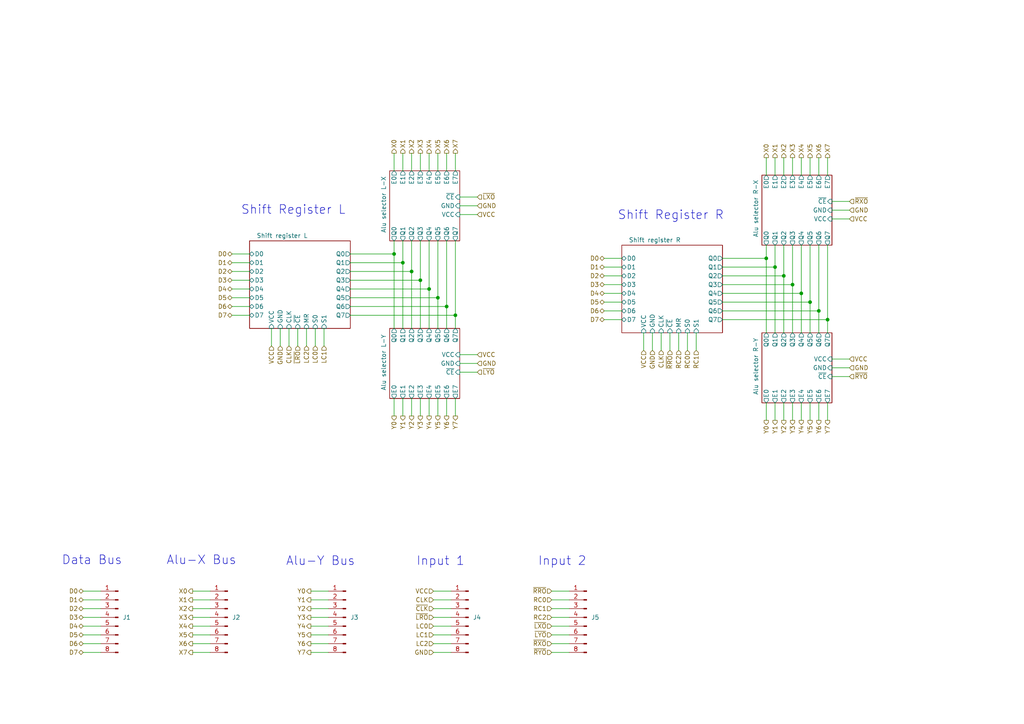
<source format=kicad_sch>
(kicad_sch (version 20250114) (generator "eeschema") (generator_version "9.0")
  (paper "A4")
  (title_block (title "Shift Registers") (date "2025-11-22") (rev "V1.1") (company "Marco Vettigli"))
  (lib_symbols
    (symbol "Connector:Conn_01x08_Pin" (pin_names (offset 1.016) (hide yes))
      (property "Reference" "J" (at 0 10.16 0))
      (property "Value" "Conn_01x08_Pin" (at 0 -12.7 0))
      (symbol "Conn_01x08_Pin_1_1"
        (rectangle (start 0.8636 7.747) (end 0 7.493) (stroke (width 0.1524)) (fill (type outline)))
        (rectangle (start 0.8636 5.207) (end 0 4.953) (stroke (width 0.1524)) (fill (type outline)))
        (rectangle (start 0.8636 2.667) (end 0 2.413) (stroke (width 0.1524)) (fill (type outline)))
        (rectangle (start 0.8636 0.127) (end 0 -0.127) (stroke (width 0.1524)) (fill (type outline)))
        (rectangle (start 0.8636 -2.413) (end 0 -2.667) (stroke (width 0.1524)) (fill (type outline)))
        (rectangle (start 0.8636 -4.953) (end 0 -5.207) (stroke (width 0.1524)) (fill (type outline)))
        (rectangle (start 0.8636 -7.493) (end 0 -7.747) (stroke (width 0.1524)) (fill (type outline)))
        (rectangle (start 0.8636 -10.033) (end 0 -10.287) (stroke (width 0.1524)) (fill (type outline)))
        (polyline (pts (xy 1.27 7.62) (xy 0.8636 7.62)) (stroke (width 0.1524)))
        (polyline (pts (xy 1.27 5.08) (xy 0.8636 5.08)) (stroke (width 0.1524)))
        (polyline (pts (xy 1.27 2.54) (xy 0.8636 2.54)) (stroke (width 0.1524)))
        (polyline (pts (xy 1.27 0) (xy 0.8636 0)) (stroke (width 0.1524)))
        (polyline (pts (xy 1.27 -2.54) (xy 0.8636 -2.54)) (stroke (width 0.1524)))
        (polyline (pts (xy 1.27 -5.08) (xy 0.8636 -5.08)) (stroke (width 0.1524)))
        (polyline (pts (xy 1.27 -7.62) (xy 0.8636 -7.62)) (stroke (width 0.1524)))
        (polyline (pts (xy 1.27 -10.16) (xy 0.8636 -10.16)) (stroke (width 0.1524)))
        (pin passive line (at 5.08 7.62 180) (length 3.81) (name "Pin_1") (number "1"))
        (pin passive line (at 5.08 5.08 180) (length 3.81) (name "Pin_2") (number "2"))
        (pin passive line (at 5.08 2.54 180) (length 3.81) (name "Pin_3") (number "3"))
        (pin passive line (at 5.08 0 180) (length 3.81) (name "Pin_4") (number "4"))
        (pin passive line (at 5.08 -2.54 180) (length 3.81) (name "Pin_5") (number "5"))
        (pin passive line (at 5.08 -5.08 180) (length 3.81) (name "Pin_6") (number "6"))
        (pin passive line (at 5.08 -7.62 180) (length 3.81) (name "Pin_7") (number "7"))
        (pin passive line (at 5.08 -10.16 180) (length 3.81) (name "Pin_8") (number "8"))
      )
    )
  )
  (text "Input 1" (at 127.762 162.814 0) (effects (font (size 2.54 2.54))))
  (text "Alu-X Bus" (at 58.42 162.56 0) (effects (font (size 2.54 2.54))))
  (text "Input 2" (at 163.068 162.814 0) (effects (font (size 2.54 2.54))))
  (text "Shift Register R" (at 194.564 62.484 0) (effects (font (size 2.54 2.54))))
  (text "Alu-Y Bus" (at 92.964 162.814 0) (effects (font (size 2.54 2.54))))
  (text "Data Bus" (at 26.67 162.56 0) (effects (font (size 2.54 2.54))))
  (text "Shift Register L" (at 85.09 60.96 0) (effects (font (size 2.54 2.54))))
  (junction (at 237.49 90.17))
  (junction (at 127 86.36))
  (junction (at 222.25 74.93))
  (junction (at 121.92 81.28))
  (junction (at 234.95 87.63))
  (junction (at 124.46 83.82))
  (junction (at 227.33 80.01))
  (junction (at 119.38 78.74))
  (junction (at 132.08 91.44))
  (junction (at 229.87 82.55))
  (junction (at 116.84 76.2))
  (junction (at 232.41 85.09))
  (junction (at 224.79 77.47))
  (junction (at 129.54 88.9))
  (junction (at 240.03 92.71))
  (junction (at 114.3 73.66))
  (wire (pts (xy 160.02 186.69) (xy 165.1 186.69)))
  (wire (pts (xy 133.35 57.15) (xy 138.43 57.15)))
  (wire (pts (xy 129.54 88.9) (xy 129.54 95.25)))
  (wire (pts (xy 29.21 189.23) (xy 24.13 189.23)))
  (wire (pts (xy 95.25 176.53) (xy 90.17 176.53)))
  (wire (pts (xy 29.21 179.07) (xy 24.13 179.07)))
  (wire (pts (xy 127 69.85) (xy 127 86.36)))
  (wire (pts (xy 160.02 189.23) (xy 165.1 189.23)))
  (wire (pts (xy 229.87 121.92) (xy 229.87 116.84)))
  (wire (pts (xy 121.92 69.85) (xy 121.92 81.28)))
  (wire (pts (xy 160.02 179.07) (xy 165.1 179.07)))
  (wire (pts (xy 116.84 44.45) (xy 116.84 49.53)))
  (wire (pts (xy 72.39 81.28) (xy 67.31 81.28)))
  (wire (pts (xy 127 120.65) (xy 127 115.57)))
  (wire (pts (xy 101.6 88.9) (xy 129.54 88.9)))
  (wire (pts (xy 124.46 83.82) (xy 124.46 95.25)))
  (wire (pts (xy 114.3 120.65) (xy 114.3 115.57)))
  (wire (pts (xy 186.69 96.52) (xy 186.69 101.6)))
  (wire (pts (xy 101.6 76.2) (xy 116.84 76.2)))
  (wire (pts (xy 194.31 96.52) (xy 194.31 101.6)))
  (wire (pts (xy 209.55 77.47) (xy 224.79 77.47)))
  (wire (pts (xy 222.25 121.92) (xy 222.25 116.84)))
  (wire (pts (xy 81.28 95.25) (xy 81.28 100.33)))
  (wire (pts (xy 60.96 179.07) (xy 55.88 179.07)))
  (wire (pts (xy 125.73 176.53) (xy 130.81 176.53)))
  (wire (pts (xy 180.34 92.71) (xy 175.26 92.71)))
  (wire (pts (xy 227.33 71.12) (xy 227.33 80.01)))
  (wire (pts (xy 60.96 186.69) (xy 55.88 186.69)))
  (wire (pts (xy 121.92 44.45) (xy 121.92 49.53)))
  (wire (pts (xy 222.25 71.12) (xy 222.25 74.93)))
  (wire (pts (xy 101.6 78.74) (xy 119.38 78.74)))
  (wire (pts (xy 125.73 173.99) (xy 130.81 173.99)))
  (wire (pts (xy 180.34 80.01) (xy 175.26 80.01)))
  (wire (pts (xy 101.6 86.36) (xy 127 86.36)))
  (wire (pts (xy 234.95 71.12) (xy 234.95 87.63)))
  (wire (pts (xy 201.93 96.52) (xy 201.93 101.6)))
  (wire (pts (xy 160.02 181.61) (xy 165.1 181.61)))
  (wire (pts (xy 229.87 45.72) (xy 229.87 50.8)))
  (wire (pts (xy 222.25 45.72) (xy 222.25 50.8)))
  (wire (pts (xy 196.85 96.52) (xy 196.85 101.6)))
  (wire (pts (xy 209.55 74.93) (xy 222.25 74.93)))
  (wire (pts (xy 60.96 184.15) (xy 55.88 184.15)))
  (wire (pts (xy 241.3 106.68) (xy 246.38 106.68)))
  (wire (pts (xy 60.96 176.53) (xy 55.88 176.53)))
  (wire (pts (xy 29.21 176.53) (xy 24.13 176.53)))
  (wire (pts (xy 241.3 60.96) (xy 246.38 60.96)))
  (wire (pts (xy 240.03 71.12) (xy 240.03 92.71)))
  (wire (pts (xy 133.35 107.95) (xy 138.43 107.95)))
  (wire (pts (xy 224.79 71.12) (xy 224.79 77.47)))
  (wire (pts (xy 160.02 176.53) (xy 165.1 176.53)))
  (wire (pts (xy 101.6 83.82) (xy 124.46 83.82)))
  (wire (pts (xy 227.33 121.92) (xy 227.33 116.84)))
  (wire (pts (xy 133.35 59.69) (xy 138.43 59.69)))
  (wire (pts (xy 124.46 69.85) (xy 124.46 83.82)))
  (wire (pts (xy 133.35 62.23) (xy 138.43 62.23)))
  (wire (pts (xy 125.73 171.45) (xy 130.81 171.45)))
  (wire (pts (xy 209.55 92.71) (xy 240.03 92.71)))
  (wire (pts (xy 114.3 44.45) (xy 114.3 49.53)))
  (wire (pts (xy 60.96 189.23) (xy 55.88 189.23)))
  (wire (pts (xy 72.39 83.82) (xy 67.31 83.82)))
  (wire (pts (xy 199.39 96.52) (xy 199.39 101.6)))
  (wire (pts (xy 133.35 105.41) (xy 138.43 105.41)))
  (wire (pts (xy 180.34 74.93) (xy 175.26 74.93)))
  (wire (pts (xy 119.38 44.45) (xy 119.38 49.53)))
  (wire (pts (xy 116.84 76.2) (xy 116.84 95.25)))
  (wire (pts (xy 209.55 90.17) (xy 237.49 90.17)))
  (wire (pts (xy 119.38 69.85) (xy 119.38 78.74)))
  (wire (pts (xy 121.92 81.28) (xy 121.92 95.25)))
  (wire (pts (xy 29.21 184.15) (xy 24.13 184.15)))
  (wire (pts (xy 132.08 44.45) (xy 132.08 49.53)))
  (wire (pts (xy 129.54 44.45) (xy 129.54 49.53)))
  (wire (pts (xy 180.34 87.63) (xy 175.26 87.63)))
  (wire (pts (xy 72.39 91.44) (xy 67.31 91.44)))
  (wire (pts (xy 224.79 121.92) (xy 224.79 116.84)))
  (wire (pts (xy 114.3 69.85) (xy 114.3 73.66)))
  (wire (pts (xy 119.38 78.74) (xy 119.38 95.25)))
  (wire (pts (xy 88.9 95.25) (xy 88.9 100.33)))
  (wire (pts (xy 121.92 120.65) (xy 121.92 115.57)))
  (wire (pts (xy 229.87 82.55) (xy 229.87 96.52)))
  (wire (pts (xy 124.46 120.65) (xy 124.46 115.57)))
  (wire (pts (xy 29.21 173.99) (xy 24.13 173.99)))
  (wire (pts (xy 101.6 81.28) (xy 121.92 81.28)))
  (wire (pts (xy 72.39 76.2) (xy 67.31 76.2)))
  (wire (pts (xy 209.55 82.55) (xy 229.87 82.55)))
  (wire (pts (xy 72.39 78.74) (xy 67.31 78.74)))
  (wire (pts (xy 232.41 45.72) (xy 232.41 50.8)))
  (wire (pts (xy 160.02 184.15) (xy 165.1 184.15)))
  (wire (pts (xy 60.96 173.99) (xy 55.88 173.99)))
  (wire (pts (xy 127 44.45) (xy 127 49.53)))
  (wire (pts (xy 180.34 82.55) (xy 175.26 82.55)))
  (wire (pts (xy 237.49 45.72) (xy 237.49 50.8)))
  (wire (pts (xy 91.44 95.25) (xy 91.44 100.33)))
  (wire (pts (xy 241.3 109.22) (xy 246.38 109.22)))
  (wire (pts (xy 101.6 91.44) (xy 132.08 91.44)))
  (wire (pts (xy 224.79 45.72) (xy 224.79 50.8)))
  (wire (pts (xy 234.95 121.92) (xy 234.95 116.84)))
  (wire (pts (xy 116.84 69.85) (xy 116.84 76.2)))
  (wire (pts (xy 60.96 181.61) (xy 55.88 181.61)))
  (wire (pts (xy 119.38 120.65) (xy 119.38 115.57)))
  (wire (pts (xy 234.95 45.72) (xy 234.95 50.8)))
  (wire (pts (xy 125.73 189.23) (xy 130.81 189.23)))
  (wire (pts (xy 114.3 73.66) (xy 114.3 95.25)))
  (wire (pts (xy 129.54 69.85) (xy 129.54 88.9)))
  (wire (pts (xy 95.25 179.07) (xy 90.17 179.07)))
  (wire (pts (xy 180.34 85.09) (xy 175.26 85.09)))
  (wire (pts (xy 129.54 120.65) (xy 129.54 115.57)))
  (wire (pts (xy 60.96 171.45) (xy 55.88 171.45)))
  (wire (pts (xy 241.3 63.5) (xy 246.38 63.5)))
  (wire (pts (xy 227.33 45.72) (xy 227.33 50.8)))
  (wire (pts (xy 227.33 80.01) (xy 227.33 96.52)))
  (wire (pts (xy 125.73 179.07) (xy 130.81 179.07)))
  (wire (pts (xy 125.73 186.69) (xy 130.81 186.69)))
  (wire (pts (xy 160.02 171.45) (xy 165.1 171.45)))
  (wire (pts (xy 83.82 95.25) (xy 83.82 100.33)))
  (wire (pts (xy 124.46 44.45) (xy 124.46 49.53)))
  (wire (pts (xy 237.49 90.17) (xy 237.49 96.52)))
  (wire (pts (xy 232.41 121.92) (xy 232.41 116.84)))
  (wire (pts (xy 125.73 184.15) (xy 130.81 184.15)))
  (wire (pts (xy 95.25 184.15) (xy 90.17 184.15)))
  (wire (pts (xy 209.55 87.63) (xy 234.95 87.63)))
  (wire (pts (xy 237.49 71.12) (xy 237.49 90.17)))
  (wire (pts (xy 209.55 85.09) (xy 232.41 85.09)))
  (wire (pts (xy 132.08 120.65) (xy 132.08 115.57)))
  (wire (pts (xy 72.39 73.66) (xy 67.31 73.66)))
  (wire (pts (xy 240.03 92.71) (xy 240.03 96.52)))
  (wire (pts (xy 209.55 80.01) (xy 227.33 80.01)))
  (wire (pts (xy 191.77 96.52) (xy 191.77 101.6)))
  (wire (pts (xy 189.23 96.52) (xy 189.23 101.6)))
  (wire (pts (xy 234.95 87.63) (xy 234.95 96.52)))
  (wire (pts (xy 160.02 173.99) (xy 165.1 173.99)))
  (wire (pts (xy 180.34 77.47) (xy 175.26 77.47)))
  (wire (pts (xy 241.3 104.14) (xy 246.38 104.14)))
  (wire (pts (xy 95.25 181.61) (xy 90.17 181.61)))
  (wire (pts (xy 93.98 95.25) (xy 93.98 100.33)))
  (wire (pts (xy 133.35 102.87) (xy 138.43 102.87)))
  (wire (pts (xy 127 86.36) (xy 127 95.25)))
  (wire (pts (xy 95.25 186.69) (xy 90.17 186.69)))
  (wire (pts (xy 240.03 45.72) (xy 240.03 50.8)))
  (wire (pts (xy 222.25 74.93) (xy 222.25 96.52)))
  (wire (pts (xy 95.25 189.23) (xy 90.17 189.23)))
  (wire (pts (xy 240.03 121.92) (xy 240.03 116.84)))
  (wire (pts (xy 95.25 171.45) (xy 90.17 171.45)))
  (wire (pts (xy 224.79 77.47) (xy 224.79 96.52)))
  (wire (pts (xy 95.25 173.99) (xy 90.17 173.99)))
  (wire (pts (xy 180.34 90.17) (xy 175.26 90.17)))
  (wire (pts (xy 241.3 58.42) (xy 246.38 58.42)))
  (wire (pts (xy 86.36 95.25) (xy 86.36 100.33)))
  (wire (pts (xy 232.41 85.09) (xy 232.41 96.52)))
  (wire (pts (xy 132.08 69.85) (xy 132.08 91.44)))
  (wire (pts (xy 125.73 181.61) (xy 130.81 181.61)))
  (wire (pts (xy 72.39 88.9) (xy 67.31 88.9)))
  (wire (pts (xy 132.08 91.44) (xy 132.08 95.25)))
  (wire (pts (xy 229.87 71.12) (xy 229.87 82.55)))
  (wire (pts (xy 78.74 95.25) (xy 78.74 100.33)))
  (wire (pts (xy 237.49 121.92) (xy 237.49 116.84)))
  (wire (pts (xy 116.84 120.65) (xy 116.84 115.57)))
  (wire (pts (xy 232.41 71.12) (xy 232.41 85.09)))
  (wire (pts (xy 29.21 186.69) (xy 24.13 186.69)))
  (wire (pts (xy 101.6 73.66) (xy 114.3 73.66)))
  (wire (pts (xy 29.21 171.45) (xy 24.13 171.45)))
  (wire (pts (xy 72.39 86.36) (xy 67.31 86.36)))
  (wire (pts (xy 29.21 181.61) (xy 24.13 181.61)))
  (hierarchical_label "Y6" (shape output) (at 90.17 186.69 180))
  (hierarchical_label "RC2" (shape input) (at 160.02 179.07 180))
  (hierarchical_label "X6" (shape output) (at 55.88 186.69 180))
  (hierarchical_label "Y0" (shape output) (at 114.3 120.65 270))
  (hierarchical_label "X0" (shape output) (at 222.25 45.72 90))
  (hierarchical_label "D2" (shape tri_state) (at 24.13 176.53 180))
  (hierarchical_label "~{RXO}" (shape input) (at 160.02 186.69 180))
  (hierarchical_label "LC1" (shape input) (at 125.73 184.15 180))
  (hierarchical_label "CLK" (shape input) (at 125.73 173.99 180))
  (hierarchical_label "Y5" (shape output) (at 90.17 184.15 180))
  (hierarchical_label "Y7" (shape output) (at 90.17 189.23 180))
  (hierarchical_label "D0" (shape tri_state) (at 175.26 74.93 180))
  (hierarchical_label "GND" (shape input) (at 138.43 59.69 0))
  (hierarchical_label "X3" (shape output) (at 121.92 44.45 90))
  (hierarchical_label "D6" (shape tri_state) (at 24.13 186.69 180))
  (hierarchical_label "D4" (shape tri_state) (at 175.26 85.09 180))
  (hierarchical_label "D0" (shape tri_state) (at 24.13 171.45 180))
  (hierarchical_label "D1" (shape tri_state) (at 67.31 76.2 180))
  (hierarchical_label "D6" (shape tri_state) (at 175.26 90.17 180))
  (hierarchical_label "~{CLK}" (shape input) (at 125.73 176.53 180))
  (hierarchical_label "RC0" (shape input) (at 199.39 101.6 270))
  (hierarchical_label "X7" (shape output) (at 132.08 44.45 90))
  (hierarchical_label "X7" (shape output) (at 55.88 189.23 180))
  (hierarchical_label "Y0" (shape output) (at 222.25 121.92 270))
  (hierarchical_label "GND" (shape input) (at 125.73 189.23 180))
  (hierarchical_label "GND" (shape input) (at 138.43 105.41 0))
  (hierarchical_label "Y4" (shape output) (at 232.41 121.92 270))
  (hierarchical_label "X5" (shape output) (at 234.95 45.72 90))
  (hierarchical_label "D6" (shape tri_state) (at 67.31 88.9 180))
  (hierarchical_label "X4" (shape output) (at 124.46 44.45 90))
  (hierarchical_label "D5" (shape tri_state) (at 175.26 87.63 180))
  (hierarchical_label "Y0" (shape output) (at 90.17 171.45 180))
  (hierarchical_label "X6" (shape output) (at 237.49 45.72 90))
  (hierarchical_label "VCC" (shape input) (at 78.74 100.33 270))
  (hierarchical_label "RC2" (shape input) (at 196.85 101.6 270))
  (hierarchical_label "X5" (shape output) (at 55.88 184.15 180))
  (hierarchical_label "LC1" (shape input) (at 93.98 100.33 270))
  (hierarchical_label "Y3" (shape output) (at 229.87 121.92 270))
  (hierarchical_label "~{RRO}" (shape input) (at 194.31 101.6 270))
  (hierarchical_label "X2" (shape output) (at 55.88 176.53 180))
  (hierarchical_label "GND" (shape input) (at 189.23 101.6 270))
  (hierarchical_label "GND" (shape input) (at 246.38 106.68 0))
  (hierarchical_label "LC2" (shape input) (at 88.9 100.33 270))
  (hierarchical_label "D0" (shape tri_state) (at 67.31 73.66 180))
  (hierarchical_label "D4" (shape tri_state) (at 24.13 181.61 180))
  (hierarchical_label "D5" (shape tri_state) (at 67.31 86.36 180))
  (hierarchical_label "X5" (shape output) (at 127 44.45 90))
  (hierarchical_label "LC0" (shape input) (at 91.44 100.33 270))
  (hierarchical_label "~{LXO}" (shape input) (at 138.43 57.15 0))
  (hierarchical_label "X7" (shape output) (at 240.03 45.72 90))
  (hierarchical_label "VCC" (shape input) (at 246.38 63.5 0))
  (hierarchical_label "D7" (shape tri_state) (at 67.31 91.44 180))
  (hierarchical_label "Y3" (shape output) (at 90.17 179.07 180))
  (hierarchical_label "Y1" (shape output) (at 116.84 120.65 270))
  (hierarchical_label "Y1" (shape output) (at 224.79 121.92 270))
  (hierarchical_label "VCC" (shape input) (at 138.43 102.87 0))
  (hierarchical_label "CLK" (shape input) (at 83.82 100.33 270))
  (hierarchical_label "X6" (shape output) (at 129.54 44.45 90))
  (hierarchical_label "X2" (shape output) (at 119.38 44.45 90))
  (hierarchical_label "GND" (shape input) (at 81.28 100.33 270))
  (hierarchical_label "~{RXO}" (shape input) (at 246.38 58.42 0))
  (hierarchical_label "D2" (shape tri_state) (at 67.31 78.74 180))
  (hierarchical_label "X0" (shape output) (at 55.88 171.45 180))
  (hierarchical_label "X4" (shape output) (at 55.88 181.61 180))
  (hierarchical_label "LC2" (shape input) (at 125.73 186.69 180))
  (hierarchical_label "D3" (shape tri_state) (at 24.13 179.07 180))
  (hierarchical_label "CLK" (shape input) (at 191.77 101.6 270))
  (hierarchical_label "Y5" (shape output) (at 234.95 121.92 270))
  (hierarchical_label "X1" (shape output) (at 116.84 44.45 90))
  (hierarchical_label "X3" (shape output) (at 55.88 179.07 180))
  (hierarchical_label "Y7" (shape output) (at 132.08 120.65 270))
  (hierarchical_label "X1" (shape output) (at 55.88 173.99 180))
  (hierarchical_label "Y1" (shape output) (at 90.17 173.99 180))
  (hierarchical_label "~{LYO}" (shape input) (at 160.02 184.15 180))
  (hierarchical_label "Y3" (shape output) (at 121.92 120.65 270))
  (hierarchical_label "D7" (shape tri_state) (at 175.26 92.71 180))
  (hierarchical_label "~{RYO}" (shape input) (at 246.38 109.22 0))
  (hierarchical_label "Y7" (shape output) (at 240.03 121.92 270))
  (hierarchical_label "Y2" (shape output) (at 90.17 176.53 180))
  (hierarchical_label "X0" (shape output) (at 114.3 44.45 90))
  (hierarchical_label "~{LRO}" (shape input) (at 86.36 100.33 270))
  (hierarchical_label "~{LRO}" (shape input) (at 125.73 179.07 180))
  (hierarchical_label "VCC" (shape input) (at 138.43 62.23 0))
  (hierarchical_label "D3" (shape tri_state) (at 175.26 82.55 180))
  (hierarchical_label "D5" (shape tri_state) (at 24.13 184.15 180))
  (hierarchical_label "Y4" (shape output) (at 90.17 181.61 180))
  (hierarchical_label "D2" (shape tri_state) (at 175.26 80.01 180))
  (hierarchical_label "~{RRO}" (shape input) (at 160.02 171.45 180))
  (hierarchical_label "Y6" (shape output) (at 237.49 121.92 270))
  (hierarchical_label "~{LXO}" (shape input) (at 160.02 181.61 180))
  (hierarchical_label "X4" (shape output) (at 232.41 45.72 90))
  (hierarchical_label "X2" (shape output) (at 227.33 45.72 90))
  (hierarchical_label "RC0" (shape input) (at 160.02 173.99 180))
  (hierarchical_label "X3" (shape output) (at 229.87 45.72 90))
  (hierarchical_label "RC1" (shape input) (at 160.02 176.53 180))
  (hierarchical_label "D3" (shape tri_state) (at 67.31 81.28 180))
  (hierarchical_label "Y2" (shape output) (at 227.33 121.92 270))
  (hierarchical_label "D4" (shape tri_state) (at 67.31 83.82 180))
  (hierarchical_label "LC0" (shape input) (at 125.73 181.61 180))
  (hierarchical_label "VCC" (shape input) (at 186.69 101.6 270))
  (hierarchical_label "Y4" (shape output) (at 124.46 120.65 270))
  (hierarchical_label "~{RYO}" (shape input) (at 160.02 189.23 180))
  (hierarchical_label "Y6" (shape output) (at 129.54 120.65 270))
  (hierarchical_label "X1" (shape output) (at 224.79 45.72 90))
  (hierarchical_label "Y2" (shape output) (at 119.38 120.65 270))
  (hierarchical_label "D1" (shape tri_state) (at 24.13 173.99 180))
  (hierarchical_label "D7" (shape tri_state) (at 24.13 189.23 180))
  (hierarchical_label "D1" (shape tri_state) (at 175.26 77.47 180))
  (hierarchical_label "VCC" (shape input) (at 246.38 104.14 0))
  (hierarchical_label "RC1" (shape input) (at 201.93 101.6 270))
  (hierarchical_label "GND" (shape input) (at 246.38 60.96 0))
  (hierarchical_label "~{LYO}" (shape input) (at 138.43 107.95 0))
  (hierarchical_label "Y5" (shape output) (at 127 120.65 270))
  (hierarchical_label "VCC" (shape input) (at 125.73 171.45 180))
  (symbol (lib_id "Connector:Conn_01x08_Pin") (at 34.29 179.07 0) (mirror y) (unit 1)
    (property "Reference" "J1" (at 35.56 179.0699 0) (effects (justify right)))
    (property "Value" "Data bus" (effects (hide yes)))
    (property "Footprint" "Custom:PinHeader_1x08_P2.54mm_Horizontal" (effects (hide yes)))
    (property "Description" "Generic connector, single row, 01x08, script generated" (effects (hide yes)))
  )
  (symbol (lib_id "Connector:Conn_01x08_Pin") (at 170.18 179.07 0) (mirror y) (unit 1)
    (property "Reference" "J5" (at 171.45 179.0699 0) (effects (justify right)))
    (property "Value" "Input 2" (effects (hide yes)))
    (property "Footprint" "Custom:PinHeader_1x08_P2.54mm_Horizontal" (effects (hide yes)))
    (property "Description" "Generic connector, single row, 01x08, script generated" (effects (hide yes)))
  )
  (symbol (lib_id "Connector:Conn_01x08_Pin") (at 135.89 179.07 0) (mirror y) (unit 1)
    (property "Reference" "J4" (at 137.16 179.0699 0) (effects (justify right)))
    (property "Value" "Input 1" (effects (hide yes)))
    (property "Footprint" "Custom:PinHeader_1x08_P2.54mm_Horizontal" (effects (hide yes)))
    (property "Description" "Generic connector, single row, 01x08, script generated" (effects (hide yes)))
  )
  (symbol (lib_id "Connector:Conn_01x08_Pin") (at 100.33 179.07 0) (mirror y) (unit 1)
    (property "Reference" "J3" (at 101.6 179.0699 0) (effects (justify right)))
    (property "Value" "Alu-Y bus" (effects (hide yes)))
    (property "Footprint" "Custom:PinHeader_1x08_P2.54mm_Horizontal" (effects (hide yes)))
    (property "Description" "Generic connector, single row, 01x08, script generated" (effects (hide yes)))
  )
  (symbol (lib_id "Connector:Conn_01x08_Pin") (at 66.04 179.07 0) (mirror y) (unit 1)
    (property "Reference" "J2" (at 67.31 179.0699 0) (effects (justify right)))
    (property "Value" "Alu-X bus" (effects (hide yes)))
    (property "Footprint" "Custom:PinHeader_1x08_P2.54mm_Horizontal" (effects (hide yes)))
    (property "Description" "Generic connector, single row, 01x08, script generated" (effects (hide yes)))
  )
  (sheet (at 220.98 50.8) (size 20.32 20.32) (stroke (width 0.1524))
    (property "Sheetname" "Alu selector R-X" (at 219.964 68.834 90) (effects (justify left bottom)))
    (property "Sheetfile" "alu_selector.kicad_sch" (effects (hide yes)))
    (pin "E5" output (at 234.95 50.8 90))
    (pin "E2" output (at 227.33 50.8 90))
    (pin "E1" output (at 224.79 50.8 90))
    (pin "E4" output (at 232.41 50.8 90))
    (pin "E0" output (at 222.25 50.8 90))
    (pin "E3" output (at 229.87 50.8 90))
    (pin "E7" output (at 240.03 50.8 90))
    (pin "E6" output (at 237.49 50.8 90))
    (pin "Q6" output (at 237.49 71.12 270))
    (pin "Q1" output (at 224.79 71.12 270))
    (pin "Q0" output (at 222.25 71.12 270))
    (pin "Q7" output (at 240.03 71.12 270))
    (pin "Q4" output (at 232.41 71.12 270))
    (pin "Q2" output (at 227.33 71.12 270))
    (pin "Q5" output (at 234.95 71.12 270))
    (pin "Q3" output (at 229.87 71.12 270))
    (pin "~{CE}" input (at 241.3 58.42 0))
    (pin "VCC" input (at 241.3 63.5 0))
    (pin "GND" input (at 241.3 60.96 0))
  )
  (sheet (at 113.03 49.53) (size 20.32 20.32) (stroke (width 0.1524))
    (property "Sheetname" "Alu selector L-X" (at 112.014 67.564 90) (effects (justify left bottom)))
    (property "Sheetfile" "alu_selector.kicad_sch" (effects (hide yes)))
    (pin "E5" output (at 127 49.53 90))
    (pin "E2" output (at 119.38 49.53 90))
    (pin "E1" output (at 116.84 49.53 90))
    (pin "E4" output (at 124.46 49.53 90))
    (pin "E0" output (at 114.3 49.53 90))
    (pin "E3" output (at 121.92 49.53 90))
    (pin "E7" output (at 132.08 49.53 90))
    (pin "E6" output (at 129.54 49.53 90))
    (pin "Q6" output (at 129.54 69.85 270))
    (pin "Q1" output (at 116.84 69.85 270))
    (pin "Q0" output (at 114.3 69.85 270))
    (pin "Q7" output (at 132.08 69.85 270))
    (pin "Q4" output (at 124.46 69.85 270))
    (pin "Q2" output (at 119.38 69.85 270))
    (pin "Q5" output (at 127 69.85 270))
    (pin "Q3" output (at 121.92 69.85 270))
    (pin "~{CE}" input (at 133.35 57.15 0))
    (pin "VCC" input (at 133.35 62.23 0))
    (pin "GND" input (at 133.35 59.69 0))
  )
  (sheet (at 72.39 69.85) (size 29.21 25.4) (stroke (width 0.1524))
    (property "Sheetname" "Shift register L" (at 74.422 69.088 0) (effects (justify left bottom)))
    (property "Sheetfile" "shift_register.kicad_sch" (effects (hide yes)))
    (pin "D1" tri_state (at 72.39 76.2 180))
    (pin "D3" tri_state (at 72.39 81.28 180))
    (pin "~{CE}" input (at 86.36 95.25 270))
    (pin "CLK" input (at 83.82 95.25 270))
    (pin "GND" input (at 81.28 95.25 270))
    (pin "Q7" output (at 101.6 91.44 0))
    (pin "VCC" input (at 78.74 95.25 270))
    (pin "D5" tri_state (at 72.39 86.36 180))
    (pin "Q6" output (at 101.6 88.9 0))
    (pin "Q2" output (at 101.6 78.74 0))
    (pin "D7" tri_state (at 72.39 91.44 180))
    (pin "Q5" output (at 101.6 86.36 0))
    (pin "D0" tri_state (at 72.39 73.66 180))
    (pin "Q0" output (at 101.6 73.66 0))
    (pin "Q1" output (at 101.6 76.2 0))
    (pin "D6" tri_state (at 72.39 88.9 180))
    (pin "Q3" output (at 101.6 81.28 0))
    (pin "Q4" output (at 101.6 83.82 0))
    (pin "D2" tri_state (at 72.39 78.74 180))
    (pin "D4" tri_state (at 72.39 83.82 180))
    (pin "S1" input (at 93.98 95.25 270))
    (pin "MR" input (at 88.9 95.25 270))
    (pin "S0" input (at 91.44 95.25 270))
  )
  (sheet (at 220.98 96.52) (size 20.32 20.32) (stroke (width 0.1524))
    (property "Sheetname" "Alu selector R-Y" (at 219.964 114.554 90) (effects (justify left bottom)))
    (property "Sheetfile" "alu_selector.kicad_sch" (effects (hide yes)))
    (pin "E5" output (at 234.95 116.84 270))
    (pin "E2" output (at 227.33 116.84 270))
    (pin "E1" output (at 224.79 116.84 270))
    (pin "E4" output (at 232.41 116.84 270))
    (pin "E0" output (at 222.25 116.84 270))
    (pin "E3" output (at 229.87 116.84 270))
    (pin "E7" output (at 240.03 116.84 270))
    (pin "E6" output (at 237.49 116.84 270))
    (pin "Q6" output (at 237.49 96.52 90))
    (pin "Q1" output (at 224.79 96.52 90))
    (pin "Q0" output (at 222.25 96.52 90))
    (pin "Q7" output (at 240.03 96.52 90))
    (pin "Q4" output (at 232.41 96.52 90))
    (pin "Q2" output (at 227.33 96.52 90))
    (pin "Q5" output (at 234.95 96.52 90))
    (pin "Q3" output (at 229.87 96.52 90))
    (pin "~{CE}" input (at 241.3 109.22 0))
    (pin "VCC" input (at 241.3 104.14 0))
    (pin "GND" input (at 241.3 106.68 0))
  )
  (sheet (at 180.34 71.12) (size 29.21 25.4) (stroke (width 0.1524))
    (property "Sheetname" "Shift register R" (at 182.372 70.358 0) (effects (justify left bottom)))
    (property "Sheetfile" "shift_register.kicad_sch" (effects (hide yes)))
    (pin "D1" tri_state (at 180.34 77.47 180))
    (pin "D3" tri_state (at 180.34 82.55 180))
    (pin "~{CE}" input (at 194.31 96.52 270))
    (pin "CLK" input (at 191.77 96.52 270))
    (pin "GND" input (at 189.23 96.52 270))
    (pin "Q7" output (at 209.55 92.71 0))
    (pin "VCC" input (at 186.69 96.52 270))
    (pin "D5" tri_state (at 180.34 87.63 180))
    (pin "Q6" output (at 209.55 90.17 0))
    (pin "Q2" output (at 209.55 80.01 0))
    (pin "D7" tri_state (at 180.34 92.71 180))
    (pin "Q5" output (at 209.55 87.63 0))
    (pin "D0" tri_state (at 180.34 74.93 180))
    (pin "Q0" output (at 209.55 74.93 0))
    (pin "Q1" output (at 209.55 77.47 0))
    (pin "D6" tri_state (at 180.34 90.17 180))
    (pin "Q3" output (at 209.55 82.55 0))
    (pin "Q4" output (at 209.55 85.09 0))
    (pin "D2" tri_state (at 180.34 80.01 180))
    (pin "D4" tri_state (at 180.34 85.09 180))
    (pin "S1" input (at 201.93 96.52 270))
    (pin "MR" input (at 196.85 96.52 270))
    (pin "S0" input (at 199.39 96.52 270))
  )
  (sheet (at 113.03 95.25) (size 20.32 20.32) (stroke (width 0.1524))
    (property "Sheetname" "Alu selector L-Y" (at 112.014 113.284 90) (effects (justify left bottom)))
    (property "Sheetfile" "alu_selector.kicad_sch" (effects (hide yes)))
    (pin "E5" output (at 127 115.57 270))
    (pin "E2" output (at 119.38 115.57 270))
    (pin "E1" output (at 116.84 115.57 270))
    (pin "E4" output (at 124.46 115.57 270))
    (pin "E0" output (at 114.3 115.57 270))
    (pin "E3" output (at 121.92 115.57 270))
    (pin "E7" output (at 132.08 115.57 270))
    (pin "E6" output (at 129.54 115.57 270))
    (pin "Q6" output (at 129.54 95.25 90))
    (pin "Q1" output (at 116.84 95.25 90))
    (pin "Q0" output (at 114.3 95.25 90))
    (pin "Q7" output (at 132.08 95.25 90))
    (pin "Q4" output (at 124.46 95.25 90))
    (pin "Q2" output (at 119.38 95.25 90))
    (pin "Q5" output (at 127 95.25 90))
    (pin "Q3" output (at 121.92 95.25 90))
    (pin "~{CE}" input (at 133.35 107.95 0))
    (pin "VCC" input (at 133.35 102.87 0))
    (pin "GND" input (at 133.35 105.41 0))
  )
)
</source>
